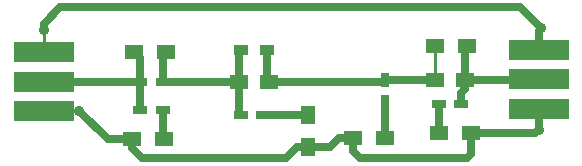
<source format=gtl>
G04 #@! TF.FileFunction,Copper,L1,Top,Signal*
%FSLAX46Y46*%
G04 Gerber Fmt 4.6, Leading zero omitted, Abs format (unit mm)*
G04 Created by KiCad (PCBNEW 4.0.5) date 07/01/17 20:00:33*
%MOMM*%
%LPD*%
G01*
G04 APERTURE LIST*
%ADD10C,0.150000*%
%ADD11R,1.500000X1.250000*%
%ADD12R,1.500000X1.300000*%
%ADD13R,1.300000X1.500000*%
%ADD14R,1.200000X0.750000*%
%ADD15R,0.750000X1.200000*%
%ADD16R,1.200000X0.900000*%
%ADD17R,5.080000X1.750000*%
%ADD18C,0.889000*%
%ADD19C,0.635000*%
%ADD20C,0.254000*%
G04 APERTURE END LIST*
D10*
D11*
X134750000Y-77500000D03*
X132250000Y-77500000D03*
D12*
X106750000Y-75100000D03*
X109450000Y-75100000D03*
X132250000Y-74600000D03*
X134950000Y-74600000D03*
X109250000Y-82500000D03*
X106550000Y-82500000D03*
D13*
X121500000Y-80450000D03*
X121500000Y-83150000D03*
D12*
X127950000Y-82400000D03*
X125250000Y-82400000D03*
X132550000Y-82000000D03*
X135250000Y-82000000D03*
D11*
X118150000Y-77600000D03*
X115650000Y-77600000D03*
D14*
X107250000Y-80000000D03*
X109150000Y-80000000D03*
X109150000Y-77600000D03*
X107250000Y-77600000D03*
X115750000Y-80400000D03*
X117650000Y-80400000D03*
D15*
X128000000Y-77450000D03*
X128000000Y-79350000D03*
D14*
X134450000Y-79500000D03*
X132550000Y-79500000D03*
D16*
X115800000Y-74900000D03*
X118000000Y-74900000D03*
D17*
X141000000Y-79900000D03*
X141000000Y-74900000D03*
X141000000Y-77400000D03*
X99100000Y-75100000D03*
X99100000Y-80100000D03*
X99100000Y-77600000D03*
D18*
X141200000Y-73100000D03*
X99100000Y-73200000D03*
X102100000Y-80100000D03*
X141000000Y-81700000D03*
D19*
X109150000Y-80000000D02*
X109150000Y-82400000D01*
X109150000Y-82400000D02*
X109250000Y-82500000D01*
D20*
X109250000Y-82500000D02*
X109250000Y-80100000D01*
X109250000Y-80100000D02*
X109150000Y-80000000D01*
D19*
X117650000Y-80400000D02*
X121450000Y-80400000D01*
X121450000Y-80400000D02*
X121500000Y-80450000D01*
D20*
X121450000Y-80400000D02*
X121500000Y-80450000D01*
D19*
X128000000Y-79350000D02*
X128000000Y-82350000D01*
X128000000Y-82350000D02*
X127950000Y-82400000D01*
D20*
X128000000Y-82350000D02*
X127950000Y-82400000D01*
D19*
X132550000Y-79500000D02*
X132550000Y-82000000D01*
X99100000Y-73200000D02*
X99100000Y-72700000D01*
X139400000Y-71300000D02*
X141200000Y-73100000D01*
X100500000Y-71300000D02*
X139400000Y-71300000D01*
X99100000Y-72700000D02*
X100500000Y-71300000D01*
X141000000Y-74900000D02*
X141000000Y-73300000D01*
X141000000Y-73300000D02*
X141200000Y-73100000D01*
X141000000Y-81700000D02*
X141000000Y-79900000D01*
X135250000Y-82000000D02*
X140700000Y-82000000D01*
X140700000Y-82000000D02*
X141000000Y-81700000D01*
X125250000Y-82400000D02*
X125250000Y-83450000D01*
X135250000Y-83750000D02*
X135250000Y-82000000D01*
X134900000Y-84100000D02*
X135250000Y-83750000D01*
X125900000Y-84100000D02*
X134900000Y-84100000D01*
X125250000Y-83450000D02*
X125900000Y-84100000D01*
X121500000Y-83150000D02*
X123350000Y-83150000D01*
X124100000Y-82400000D02*
X125250000Y-82400000D01*
X123350000Y-83150000D02*
X124100000Y-82400000D01*
X106550000Y-82500000D02*
X106550000Y-83250000D01*
X106550000Y-83250000D02*
X107400000Y-84100000D01*
X120550000Y-83150000D02*
X121500000Y-83150000D01*
X119600000Y-84100000D02*
X120550000Y-83150000D01*
X107400000Y-84100000D02*
X119600000Y-84100000D01*
X106550000Y-82500000D02*
X104500000Y-82500000D01*
X104500000Y-82500000D02*
X102100000Y-80100000D01*
D20*
X141200000Y-73100000D02*
X141000000Y-73300000D01*
X99100000Y-73200000D02*
X99100000Y-75100000D01*
X102100000Y-80100000D02*
X99100000Y-80100000D01*
X135250000Y-82000000D02*
X140300000Y-82000000D01*
X140300000Y-82000000D02*
X141000000Y-81300000D01*
X141000000Y-81300000D02*
X141000000Y-79900000D01*
D19*
X107250000Y-77600000D02*
X107250000Y-80000000D01*
X107250000Y-77600000D02*
X107250000Y-75600000D01*
X107250000Y-75600000D02*
X106750000Y-75100000D01*
X99100000Y-77600000D02*
X107250000Y-77600000D01*
D20*
X107250000Y-75600000D02*
X106750000Y-75100000D01*
D19*
X115650000Y-77600000D02*
X115650000Y-80300000D01*
X115650000Y-80300000D02*
X115750000Y-80400000D01*
X115650000Y-77600000D02*
X115650000Y-75050000D01*
X115650000Y-75050000D02*
X115800000Y-74900000D01*
X109150000Y-77600000D02*
X115650000Y-77600000D01*
X109150000Y-77600000D02*
X109150000Y-75400000D01*
X109150000Y-75400000D02*
X109450000Y-75100000D01*
D20*
X115750000Y-80400000D02*
X115750000Y-77700000D01*
X115750000Y-77700000D02*
X115650000Y-77600000D01*
X115800000Y-74900000D02*
X115800000Y-77450000D01*
X115800000Y-77450000D02*
X115650000Y-77600000D01*
X109150000Y-75400000D02*
X109450000Y-75100000D01*
D19*
X128000000Y-77450000D02*
X132200000Y-77450000D01*
X132200000Y-77450000D02*
X132250000Y-77500000D01*
X118150000Y-77600000D02*
X127850000Y-77600000D01*
X127850000Y-77600000D02*
X128000000Y-77450000D01*
X118000000Y-74900000D02*
X118000000Y-77450000D01*
X118000000Y-77450000D02*
X118150000Y-77600000D01*
D20*
X132250000Y-74600000D02*
X132250000Y-77500000D01*
X132200000Y-77450000D02*
X132250000Y-77500000D01*
X127850000Y-77600000D02*
X128000000Y-77450000D01*
X118150000Y-77600000D02*
X118150000Y-75050000D01*
X118150000Y-75050000D02*
X118000000Y-74900000D01*
D19*
X134750000Y-77500000D02*
X134750000Y-78250000D01*
X134750000Y-78250000D02*
X134450000Y-78550000D01*
X134450000Y-79500000D02*
X134450000Y-78550000D01*
X134450000Y-78550000D02*
X134700000Y-78300000D01*
X134750000Y-77500000D02*
X134750000Y-74800000D01*
X134750000Y-74800000D02*
X134950000Y-74600000D01*
X134750000Y-77500000D02*
X140900000Y-77500000D01*
X140900000Y-77500000D02*
X141000000Y-77400000D01*
D20*
X134450000Y-79500000D02*
X134450000Y-77800000D01*
X134450000Y-77800000D02*
X134750000Y-77500000D01*
X134750000Y-74800000D02*
X134950000Y-74600000D01*
X141000000Y-77400000D02*
X134850000Y-77400000D01*
X134850000Y-77400000D02*
X134750000Y-77500000D01*
M02*

</source>
